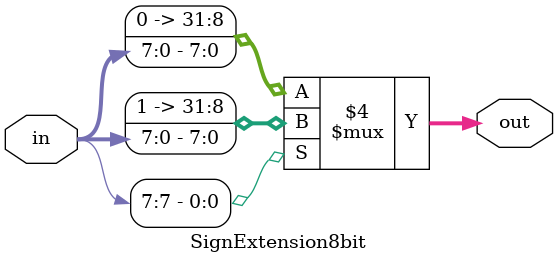
<source format=v>
`timescale 1ns / 1ps
module SignExtension8bit(in, out);

    input [7:0] in;
    
    output reg [31:0] out;   //using always @
    //output [31:0] out;   //using assign statement
    
    always@(in)begin
        if(in[7] == 1)begin
           out <= {24'hFFFFFF, in};
        end 
        else begin
            out <= {24'd0,in};
        end
    end
    
endmodule
</source>
